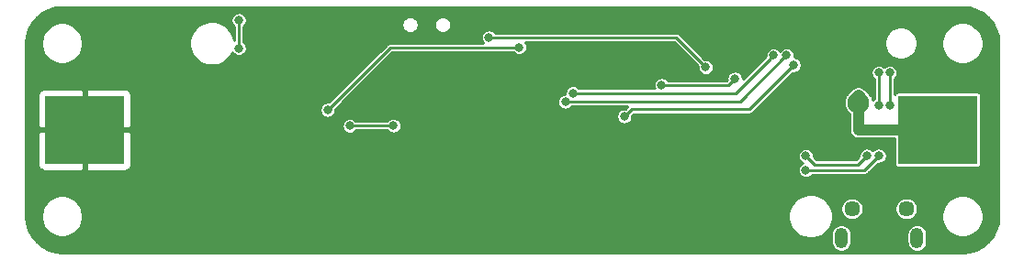
<source format=gbr>
G04 #@! TF.GenerationSoftware,KiCad,Pcbnew,(5.1.5)-3*
G04 #@! TF.CreationDate,2021-08-11T14:04:56+02:00*
G04 #@! TF.ProjectId,18650_UPS_PCB,31383635-305f-4555-9053-5f5043422e6b,rev?*
G04 #@! TF.SameCoordinates,Original*
G04 #@! TF.FileFunction,Copper,L4,Bot*
G04 #@! TF.FilePolarity,Positive*
%FSLAX46Y46*%
G04 Gerber Fmt 4.6, Leading zero omitted, Abs format (unit mm)*
G04 Created by KiCad (PCBNEW (5.1.5)-3) date 2021-08-11 14:04:56*
%MOMM*%
%LPD*%
G04 APERTURE LIST*
%ADD10R,7.340000X6.350000*%
%ADD11O,1.200000X1.900000*%
%ADD12C,1.450000*%
%ADD13C,0.800000*%
%ADD14C,0.250000*%
%ADD15C,1.000000*%
%ADD16C,0.254000*%
G04 APERTURE END LIST*
D10*
X126380000Y-85685000D03*
X205040000Y-85685000D03*
D11*
X203120000Y-95687500D03*
X196120000Y-95687500D03*
D12*
X202120000Y-92987500D03*
X197120000Y-92987500D03*
D13*
X154850000Y-85300000D03*
X150825000Y-85325000D03*
X140600000Y-75550000D03*
X140600000Y-78150006D03*
X186325000Y-80950000D03*
X179575000Y-81550000D03*
X166449992Y-78075000D03*
X148800000Y-83850000D03*
X171400000Y-82300000D03*
X189900000Y-78800012D03*
X200610000Y-83385000D03*
X200600000Y-80400000D03*
X199610000Y-83385000D03*
X191100008Y-78800000D03*
X170700000Y-83100000D03*
X199600000Y-80400000D03*
X197210000Y-83385000D03*
X198210000Y-83385000D03*
X197710000Y-82485000D03*
X192799986Y-86500000D03*
X142925000Y-78125000D03*
X138172488Y-90985000D03*
X145600000Y-78125000D03*
X152800000Y-76000000D03*
X185300000Y-78400000D03*
X185300000Y-76400000D03*
X185300000Y-77400000D03*
X170200000Y-78100000D03*
X182600000Y-87500000D03*
X182600000Y-86500000D03*
X182600000Y-85500000D03*
X203500000Y-91100000D03*
X200900000Y-91100000D03*
X202200000Y-91100000D03*
X139600000Y-85600000D03*
X151000000Y-83850006D03*
X172450000Y-95200000D03*
X150825000Y-94225000D03*
X183650000Y-79910000D03*
X163650000Y-77150000D03*
X198510000Y-88085000D03*
X192875000Y-88100008D03*
X191750000Y-79700000D03*
X176150000Y-84450000D03*
X199610000Y-88085000D03*
X192875648Y-89425011D03*
D14*
X154850000Y-85300000D02*
X150850000Y-85300000D01*
X150850000Y-85300000D02*
X150825000Y-85325000D01*
X140600000Y-75550000D02*
X140600000Y-78150006D01*
X185725000Y-81550000D02*
X179575000Y-81550000D01*
X186325000Y-80950000D02*
X185725000Y-81550000D01*
X154550000Y-78100000D02*
X149199999Y-83450001D01*
X149199999Y-83450001D02*
X148800000Y-83850000D01*
X166449992Y-78075000D02*
X166424992Y-78100000D01*
X166424992Y-78100000D02*
X154550000Y-78100000D01*
X171300000Y-82300000D02*
X171400000Y-82300000D01*
X186400012Y-82300000D02*
X189500001Y-79200011D01*
X171400000Y-82300000D02*
X186400012Y-82300000D01*
X189500001Y-79200011D02*
X189900000Y-78800012D01*
X200610000Y-83385000D02*
X200610000Y-80410000D01*
X200610000Y-80410000D02*
X200600000Y-80400000D01*
X170774998Y-83025002D02*
X170700000Y-83100000D01*
X186800008Y-83100000D02*
X170700000Y-83100000D01*
X191100008Y-78800000D02*
X186800008Y-83100000D01*
X199610000Y-82819315D02*
X199600000Y-82809315D01*
X199610000Y-83385000D02*
X199610000Y-82819315D01*
X199600000Y-82809315D02*
X199600000Y-80950000D01*
X199600000Y-80950000D02*
X199600000Y-80400000D01*
D15*
X205040000Y-85685000D02*
X197710000Y-85685000D01*
X197710000Y-83885000D02*
X198210000Y-83385000D01*
X197710000Y-85685000D02*
X197710000Y-83885000D01*
X197210000Y-83385000D02*
X197710000Y-83885000D01*
X198210000Y-82985000D02*
X197710000Y-82485000D01*
X198210000Y-83385000D02*
X198210000Y-82985000D01*
X197210000Y-82985000D02*
X197710000Y-82485000D01*
X197210000Y-83385000D02*
X197210000Y-82985000D01*
D14*
X183650000Y-79910000D02*
X180890000Y-77150000D01*
X180890000Y-77150000D02*
X163650000Y-77150000D01*
X193674992Y-88900000D02*
X192875000Y-88100008D01*
X198510000Y-88085000D02*
X197695000Y-88900000D01*
X197695000Y-88900000D02*
X193674992Y-88900000D01*
X176800000Y-83800000D02*
X176150000Y-84450000D01*
X191750000Y-79700000D02*
X187650000Y-83800000D01*
X187650000Y-83800000D02*
X176800000Y-83800000D01*
X199610000Y-88085000D02*
X198269989Y-89425011D01*
X198269989Y-89425011D02*
X193441333Y-89425011D01*
X193441333Y-89425011D02*
X192875648Y-89425011D01*
D16*
G36*
X207960155Y-74401478D02*
G01*
X208585543Y-74590293D01*
X209162351Y-74896987D01*
X209668603Y-75309875D01*
X210085012Y-75813227D01*
X210395726Y-76387879D01*
X210588904Y-77011937D01*
X210657943Y-77668793D01*
X210658001Y-77685529D01*
X210658000Y-93677561D01*
X210593522Y-94335155D01*
X210404704Y-94960549D01*
X210098013Y-95537351D01*
X209685125Y-96043603D01*
X209181771Y-96460013D01*
X208607117Y-96770727D01*
X207983062Y-96963904D01*
X207326207Y-97032943D01*
X207309758Y-97033000D01*
X124317439Y-97033000D01*
X123659845Y-96968522D01*
X123034451Y-96779704D01*
X122457649Y-96473013D01*
X121951397Y-96060125D01*
X121534987Y-95556771D01*
X121224273Y-94982117D01*
X121031096Y-94358062D01*
X120962057Y-93701207D01*
X120962000Y-93684758D01*
X120962000Y-93495207D01*
X122383000Y-93495207D01*
X122383000Y-93874793D01*
X122457053Y-94247085D01*
X122602315Y-94597777D01*
X122813201Y-94913391D01*
X123081609Y-95181799D01*
X123397223Y-95392685D01*
X123747915Y-95537947D01*
X124120207Y-95612000D01*
X124499793Y-95612000D01*
X124872085Y-95537947D01*
X125222777Y-95392685D01*
X125538391Y-95181799D01*
X125806799Y-94913391D01*
X126017685Y-94597777D01*
X126162947Y-94247085D01*
X126237000Y-93874793D01*
X126237000Y-93495207D01*
X126234552Y-93482896D01*
X191258000Y-93482896D01*
X191258000Y-93887104D01*
X191336857Y-94283546D01*
X191491541Y-94656987D01*
X191716107Y-94993074D01*
X192001926Y-95278893D01*
X192338013Y-95503459D01*
X192711454Y-95658143D01*
X193107896Y-95737000D01*
X193512104Y-95737000D01*
X193908546Y-95658143D01*
X194281987Y-95503459D01*
X194598514Y-95291962D01*
X195193000Y-95291962D01*
X195193000Y-96083037D01*
X195206413Y-96219223D01*
X195259420Y-96393963D01*
X195345499Y-96555004D01*
X195461341Y-96696159D01*
X195602495Y-96812001D01*
X195763536Y-96898080D01*
X195938276Y-96951087D01*
X196120000Y-96968985D01*
X196301723Y-96951087D01*
X196476463Y-96898080D01*
X196637504Y-96812001D01*
X196778659Y-96696159D01*
X196894501Y-96555005D01*
X196980580Y-96393964D01*
X197033587Y-96219224D01*
X197047000Y-96083038D01*
X197047000Y-95291963D01*
X202193000Y-95291963D01*
X202193000Y-96083038D01*
X202206413Y-96219224D01*
X202259421Y-96393964D01*
X202345500Y-96555005D01*
X202461342Y-96696159D01*
X202602496Y-96812001D01*
X202763537Y-96898080D01*
X202938277Y-96951087D01*
X203120000Y-96968985D01*
X203301724Y-96951087D01*
X203476464Y-96898080D01*
X203637505Y-96812001D01*
X203778659Y-96696159D01*
X203894501Y-96555005D01*
X203980580Y-96393964D01*
X204033587Y-96219224D01*
X204047000Y-96083038D01*
X204047000Y-95291962D01*
X204033587Y-95155776D01*
X203980580Y-94981036D01*
X203894501Y-94819995D01*
X203778659Y-94678841D01*
X203637504Y-94562999D01*
X203476463Y-94476920D01*
X203301723Y-94423913D01*
X203120000Y-94406015D01*
X202938276Y-94423913D01*
X202763536Y-94476920D01*
X202602495Y-94562999D01*
X202461341Y-94678841D01*
X202345499Y-94819996D01*
X202259420Y-94981037D01*
X202206413Y-95155777D01*
X202193000Y-95291963D01*
X197047000Y-95291963D01*
X197047000Y-95291962D01*
X197033587Y-95155776D01*
X196980580Y-94981036D01*
X196894501Y-94819995D01*
X196778659Y-94678841D01*
X196637505Y-94562999D01*
X196476464Y-94476920D01*
X196301724Y-94423913D01*
X196120000Y-94406015D01*
X195938277Y-94423913D01*
X195763537Y-94476920D01*
X195602496Y-94562999D01*
X195461342Y-94678841D01*
X195345500Y-94819995D01*
X195259421Y-94981036D01*
X195206413Y-95155776D01*
X195193000Y-95291962D01*
X194598514Y-95291962D01*
X194618074Y-95278893D01*
X194903893Y-94993074D01*
X195128459Y-94656987D01*
X195283143Y-94283546D01*
X195362000Y-93887104D01*
X195362000Y-93482896D01*
X195283143Y-93086454D01*
X195199238Y-92883887D01*
X196068000Y-92883887D01*
X196068000Y-93091113D01*
X196108428Y-93294357D01*
X196187730Y-93485809D01*
X196302858Y-93658111D01*
X196449389Y-93804642D01*
X196621691Y-93919770D01*
X196813143Y-93999072D01*
X197016387Y-94039500D01*
X197223613Y-94039500D01*
X197426857Y-93999072D01*
X197618309Y-93919770D01*
X197790611Y-93804642D01*
X197937142Y-93658111D01*
X198052270Y-93485809D01*
X198131572Y-93294357D01*
X198172000Y-93091113D01*
X198172000Y-92883887D01*
X201068000Y-92883887D01*
X201068000Y-93091113D01*
X201108428Y-93294357D01*
X201187730Y-93485809D01*
X201302858Y-93658111D01*
X201449389Y-93804642D01*
X201621691Y-93919770D01*
X201813143Y-93999072D01*
X202016387Y-94039500D01*
X202223613Y-94039500D01*
X202426857Y-93999072D01*
X202618309Y-93919770D01*
X202790611Y-93804642D01*
X202937142Y-93658111D01*
X203045990Y-93495207D01*
X205383000Y-93495207D01*
X205383000Y-93874793D01*
X205457053Y-94247085D01*
X205602315Y-94597777D01*
X205813201Y-94913391D01*
X206081609Y-95181799D01*
X206397223Y-95392685D01*
X206747915Y-95537947D01*
X207120207Y-95612000D01*
X207499793Y-95612000D01*
X207872085Y-95537947D01*
X208222777Y-95392685D01*
X208538391Y-95181799D01*
X208806799Y-94913391D01*
X209017685Y-94597777D01*
X209162947Y-94247085D01*
X209237000Y-93874793D01*
X209237000Y-93495207D01*
X209162947Y-93122915D01*
X209017685Y-92772223D01*
X208806799Y-92456609D01*
X208538391Y-92188201D01*
X208222777Y-91977315D01*
X207872085Y-91832053D01*
X207499793Y-91758000D01*
X207120207Y-91758000D01*
X206747915Y-91832053D01*
X206397223Y-91977315D01*
X206081609Y-92188201D01*
X205813201Y-92456609D01*
X205602315Y-92772223D01*
X205457053Y-93122915D01*
X205383000Y-93495207D01*
X203045990Y-93495207D01*
X203052270Y-93485809D01*
X203131572Y-93294357D01*
X203172000Y-93091113D01*
X203172000Y-92883887D01*
X203131572Y-92680643D01*
X203052270Y-92489191D01*
X202937142Y-92316889D01*
X202790611Y-92170358D01*
X202618309Y-92055230D01*
X202426857Y-91975928D01*
X202223613Y-91935500D01*
X202016387Y-91935500D01*
X201813143Y-91975928D01*
X201621691Y-92055230D01*
X201449389Y-92170358D01*
X201302858Y-92316889D01*
X201187730Y-92489191D01*
X201108428Y-92680643D01*
X201068000Y-92883887D01*
X198172000Y-92883887D01*
X198131572Y-92680643D01*
X198052270Y-92489191D01*
X197937142Y-92316889D01*
X197790611Y-92170358D01*
X197618309Y-92055230D01*
X197426857Y-91975928D01*
X197223613Y-91935500D01*
X197016387Y-91935500D01*
X196813143Y-91975928D01*
X196621691Y-92055230D01*
X196449389Y-92170358D01*
X196302858Y-92316889D01*
X196187730Y-92489191D01*
X196108428Y-92680643D01*
X196068000Y-92883887D01*
X195199238Y-92883887D01*
X195128459Y-92713013D01*
X194903893Y-92376926D01*
X194618074Y-92091107D01*
X194281987Y-91866541D01*
X193908546Y-91711857D01*
X193512104Y-91633000D01*
X193107896Y-91633000D01*
X192711454Y-91711857D01*
X192338013Y-91866541D01*
X192001926Y-92091107D01*
X191716107Y-92376926D01*
X191491541Y-92713013D01*
X191336857Y-93086454D01*
X191258000Y-93482896D01*
X126234552Y-93482896D01*
X126162947Y-93122915D01*
X126017685Y-92772223D01*
X125806799Y-92456609D01*
X125538391Y-92188201D01*
X125222777Y-91977315D01*
X124872085Y-91832053D01*
X124499793Y-91758000D01*
X124120207Y-91758000D01*
X123747915Y-91832053D01*
X123397223Y-91977315D01*
X123081609Y-92188201D01*
X122813201Y-92456609D01*
X122602315Y-92772223D01*
X122457053Y-93122915D01*
X122383000Y-93495207D01*
X120962000Y-93495207D01*
X120962000Y-88860000D01*
X122071928Y-88860000D01*
X122084188Y-88984482D01*
X122120498Y-89104180D01*
X122179463Y-89214494D01*
X122258815Y-89311185D01*
X122355506Y-89390537D01*
X122465820Y-89449502D01*
X122585518Y-89485812D01*
X122710000Y-89498072D01*
X126094250Y-89495000D01*
X126253000Y-89336250D01*
X126253000Y-85812000D01*
X126507000Y-85812000D01*
X126507000Y-89336250D01*
X126665750Y-89495000D01*
X130050000Y-89498072D01*
X130174482Y-89485812D01*
X130294180Y-89449502D01*
X130404494Y-89390537D01*
X130501185Y-89311185D01*
X130580537Y-89214494D01*
X130639502Y-89104180D01*
X130675812Y-88984482D01*
X130688072Y-88860000D01*
X130687188Y-88028405D01*
X192148000Y-88028405D01*
X192148000Y-88171611D01*
X192175938Y-88312066D01*
X192230741Y-88444372D01*
X192310302Y-88563444D01*
X192411564Y-88664706D01*
X192530636Y-88744267D01*
X192575001Y-88762644D01*
X192531284Y-88780752D01*
X192412212Y-88860313D01*
X192310950Y-88961575D01*
X192231389Y-89080647D01*
X192176586Y-89212953D01*
X192148648Y-89353408D01*
X192148648Y-89496614D01*
X192176586Y-89637069D01*
X192231389Y-89769375D01*
X192310950Y-89888447D01*
X192412212Y-89989709D01*
X192531284Y-90069270D01*
X192663590Y-90124073D01*
X192804045Y-90152011D01*
X192947251Y-90152011D01*
X193087706Y-90124073D01*
X193220012Y-90069270D01*
X193339084Y-89989709D01*
X193440346Y-89888447D01*
X193447987Y-89877011D01*
X198247784Y-89877011D01*
X198269989Y-89879198D01*
X198292194Y-89877011D01*
X198358596Y-89870471D01*
X198443799Y-89844625D01*
X198522322Y-89802654D01*
X198591148Y-89746170D01*
X198605312Y-89728911D01*
X199524907Y-88809317D01*
X199538397Y-88812000D01*
X199681603Y-88812000D01*
X199822058Y-88784062D01*
X199954364Y-88729259D01*
X200073436Y-88649698D01*
X200174698Y-88548436D01*
X200254259Y-88429364D01*
X200309062Y-88297058D01*
X200337000Y-88156603D01*
X200337000Y-88013397D01*
X200309062Y-87872942D01*
X200254259Y-87740636D01*
X200174698Y-87621564D01*
X200073436Y-87520302D01*
X199954364Y-87440741D01*
X199822058Y-87385938D01*
X199681603Y-87358000D01*
X199538397Y-87358000D01*
X199397942Y-87385938D01*
X199265636Y-87440741D01*
X199146564Y-87520302D01*
X199060000Y-87606866D01*
X198973436Y-87520302D01*
X198854364Y-87440741D01*
X198722058Y-87385938D01*
X198581603Y-87358000D01*
X198438397Y-87358000D01*
X198297942Y-87385938D01*
X198165636Y-87440741D01*
X198046564Y-87520302D01*
X197945302Y-87621564D01*
X197865741Y-87740636D01*
X197810938Y-87872942D01*
X197783000Y-88013397D01*
X197783000Y-88156603D01*
X197785683Y-88170093D01*
X197507777Y-88448000D01*
X193862216Y-88448000D01*
X193599317Y-88185101D01*
X193602000Y-88171611D01*
X193602000Y-88028405D01*
X193574062Y-87887950D01*
X193519259Y-87755644D01*
X193439698Y-87636572D01*
X193338436Y-87535310D01*
X193219364Y-87455749D01*
X193087058Y-87400946D01*
X192946603Y-87373008D01*
X192803397Y-87373008D01*
X192662942Y-87400946D01*
X192530636Y-87455749D01*
X192411564Y-87535310D01*
X192310302Y-87636572D01*
X192230741Y-87755644D01*
X192175938Y-87887950D01*
X192148000Y-88028405D01*
X130687188Y-88028405D01*
X130685000Y-85970750D01*
X130526250Y-85812000D01*
X126507000Y-85812000D01*
X126253000Y-85812000D01*
X122233750Y-85812000D01*
X122075000Y-85970750D01*
X122071928Y-88860000D01*
X120962000Y-88860000D01*
X120962000Y-82510000D01*
X122071928Y-82510000D01*
X122075000Y-85399250D01*
X122233750Y-85558000D01*
X126253000Y-85558000D01*
X126253000Y-82033750D01*
X126507000Y-82033750D01*
X126507000Y-85558000D01*
X130526250Y-85558000D01*
X130685000Y-85399250D01*
X130685155Y-85253397D01*
X150098000Y-85253397D01*
X150098000Y-85396603D01*
X150125938Y-85537058D01*
X150180741Y-85669364D01*
X150260302Y-85788436D01*
X150361564Y-85889698D01*
X150480636Y-85969259D01*
X150612942Y-86024062D01*
X150753397Y-86052000D01*
X150896603Y-86052000D01*
X151037058Y-86024062D01*
X151169364Y-85969259D01*
X151288436Y-85889698D01*
X151389698Y-85788436D01*
X151414044Y-85752000D01*
X154277661Y-85752000D01*
X154285302Y-85763436D01*
X154386564Y-85864698D01*
X154505636Y-85944259D01*
X154637942Y-85999062D01*
X154778397Y-86027000D01*
X154921603Y-86027000D01*
X155062058Y-85999062D01*
X155194364Y-85944259D01*
X155313436Y-85864698D01*
X155414698Y-85763436D01*
X155494259Y-85644364D01*
X155549062Y-85512058D01*
X155577000Y-85371603D01*
X155577000Y-85228397D01*
X155549062Y-85087942D01*
X155494259Y-84955636D01*
X155414698Y-84836564D01*
X155313436Y-84735302D01*
X155194364Y-84655741D01*
X155062058Y-84600938D01*
X154921603Y-84573000D01*
X154778397Y-84573000D01*
X154637942Y-84600938D01*
X154505636Y-84655741D01*
X154386564Y-84735302D01*
X154285302Y-84836564D01*
X154277661Y-84848000D01*
X151376134Y-84848000D01*
X151288436Y-84760302D01*
X151169364Y-84680741D01*
X151037058Y-84625938D01*
X150896603Y-84598000D01*
X150753397Y-84598000D01*
X150612942Y-84625938D01*
X150480636Y-84680741D01*
X150361564Y-84760302D01*
X150260302Y-84861564D01*
X150180741Y-84980636D01*
X150125938Y-85112942D01*
X150098000Y-85253397D01*
X130685155Y-85253397D01*
X130686723Y-83778397D01*
X148073000Y-83778397D01*
X148073000Y-83921603D01*
X148100938Y-84062058D01*
X148155741Y-84194364D01*
X148235302Y-84313436D01*
X148336564Y-84414698D01*
X148455636Y-84494259D01*
X148587942Y-84549062D01*
X148728397Y-84577000D01*
X148871603Y-84577000D01*
X149012058Y-84549062D01*
X149144364Y-84494259D01*
X149263436Y-84414698D01*
X149364698Y-84313436D01*
X149444259Y-84194364D01*
X149499062Y-84062058D01*
X149527000Y-83921603D01*
X149527000Y-83778397D01*
X149524317Y-83764907D01*
X149535312Y-83753912D01*
X149535317Y-83753906D01*
X150260826Y-83028397D01*
X169973000Y-83028397D01*
X169973000Y-83171603D01*
X170000938Y-83312058D01*
X170055741Y-83444364D01*
X170135302Y-83563436D01*
X170236564Y-83664698D01*
X170355636Y-83744259D01*
X170487942Y-83799062D01*
X170628397Y-83827000D01*
X170771603Y-83827000D01*
X170912058Y-83799062D01*
X171044364Y-83744259D01*
X171163436Y-83664698D01*
X171264698Y-83563436D01*
X171272339Y-83552000D01*
X176408776Y-83552000D01*
X176235093Y-83725683D01*
X176221603Y-83723000D01*
X176078397Y-83723000D01*
X175937942Y-83750938D01*
X175805636Y-83805741D01*
X175686564Y-83885302D01*
X175585302Y-83986564D01*
X175505741Y-84105636D01*
X175450938Y-84237942D01*
X175423000Y-84378397D01*
X175423000Y-84521603D01*
X175450938Y-84662058D01*
X175505741Y-84794364D01*
X175585302Y-84913436D01*
X175686564Y-85014698D01*
X175805636Y-85094259D01*
X175937942Y-85149062D01*
X176078397Y-85177000D01*
X176221603Y-85177000D01*
X176362058Y-85149062D01*
X176494364Y-85094259D01*
X176613436Y-85014698D01*
X176714698Y-84913436D01*
X176794259Y-84794364D01*
X176849062Y-84662058D01*
X176877000Y-84521603D01*
X176877000Y-84378397D01*
X176874317Y-84364907D01*
X176987224Y-84252000D01*
X187627795Y-84252000D01*
X187650000Y-84254187D01*
X187672205Y-84252000D01*
X187738607Y-84245460D01*
X187823810Y-84219614D01*
X187902333Y-84177643D01*
X187971159Y-84121159D01*
X187985323Y-84103900D01*
X189104223Y-82985000D01*
X196379000Y-82985000D01*
X196383000Y-83025614D01*
X196383000Y-83344386D01*
X196379000Y-83385000D01*
X196383000Y-83425614D01*
X196383000Y-83425623D01*
X196394966Y-83547119D01*
X196442255Y-83703009D01*
X196456342Y-83729364D01*
X196519048Y-83846679D01*
X196553458Y-83888607D01*
X196622394Y-83972606D01*
X196653952Y-83998505D01*
X196883001Y-84227554D01*
X196883000Y-85644376D01*
X196878999Y-85685000D01*
X196894966Y-85847120D01*
X196942255Y-86003010D01*
X197019048Y-86146679D01*
X197122394Y-86272606D01*
X197248321Y-86375952D01*
X197391990Y-86452745D01*
X197547880Y-86500034D01*
X197710000Y-86516001D01*
X197750624Y-86512000D01*
X201041418Y-86512000D01*
X201041418Y-88860000D01*
X201047732Y-88924103D01*
X201066430Y-88985743D01*
X201096794Y-89042550D01*
X201137657Y-89092343D01*
X201187450Y-89133206D01*
X201244257Y-89163570D01*
X201305897Y-89182268D01*
X201370000Y-89188582D01*
X208710000Y-89188582D01*
X208774103Y-89182268D01*
X208835743Y-89163570D01*
X208892550Y-89133206D01*
X208942343Y-89092343D01*
X208983206Y-89042550D01*
X209013570Y-88985743D01*
X209032268Y-88924103D01*
X209038582Y-88860000D01*
X209038582Y-82510000D01*
X209032268Y-82445897D01*
X209013570Y-82384257D01*
X208983206Y-82327450D01*
X208942343Y-82277657D01*
X208892550Y-82236794D01*
X208835743Y-82206430D01*
X208774103Y-82187732D01*
X208710000Y-82181418D01*
X201370000Y-82181418D01*
X201305897Y-82187732D01*
X201244257Y-82206430D01*
X201187450Y-82236794D01*
X201137657Y-82277657D01*
X201096794Y-82327450D01*
X201066430Y-82384257D01*
X201062000Y-82398861D01*
X201062000Y-80965658D01*
X201063436Y-80964698D01*
X201164698Y-80863436D01*
X201244259Y-80744364D01*
X201299062Y-80612058D01*
X201327000Y-80471603D01*
X201327000Y-80328397D01*
X201299062Y-80187942D01*
X201244259Y-80055636D01*
X201164698Y-79936564D01*
X201063436Y-79835302D01*
X200944364Y-79755741D01*
X200812058Y-79700938D01*
X200671603Y-79673000D01*
X200528397Y-79673000D01*
X200387942Y-79700938D01*
X200255636Y-79755741D01*
X200136564Y-79835302D01*
X200100000Y-79871866D01*
X200063436Y-79835302D01*
X199944364Y-79755741D01*
X199812058Y-79700938D01*
X199671603Y-79673000D01*
X199528397Y-79673000D01*
X199387942Y-79700938D01*
X199255636Y-79755741D01*
X199136564Y-79835302D01*
X199035302Y-79936564D01*
X198955741Y-80055636D01*
X198900938Y-80187942D01*
X198873000Y-80328397D01*
X198873000Y-80471603D01*
X198900938Y-80612058D01*
X198955741Y-80744364D01*
X199035302Y-80863436D01*
X199136564Y-80964698D01*
X199148001Y-80972340D01*
X199148000Y-82787110D01*
X199145813Y-82809315D01*
X199146875Y-82820094D01*
X199146564Y-82820302D01*
X199045302Y-82921564D01*
X199036108Y-82935323D01*
X199025034Y-82822880D01*
X198977745Y-82666990D01*
X198925885Y-82569967D01*
X198900952Y-82523320D01*
X198845490Y-82455741D01*
X198797606Y-82397394D01*
X198766048Y-82371495D01*
X198323507Y-81928954D01*
X198297606Y-81897394D01*
X198171680Y-81794048D01*
X198028010Y-81717256D01*
X197872120Y-81669967D01*
X197710000Y-81654000D01*
X197547879Y-81669967D01*
X197391989Y-81717256D01*
X197248320Y-81794048D01*
X197196515Y-81836564D01*
X197122394Y-81897394D01*
X197096495Y-81928952D01*
X196653948Y-82371499D01*
X196622395Y-82397394D01*
X196596499Y-82428948D01*
X196596498Y-82428949D01*
X196586056Y-82441672D01*
X196519048Y-82523321D01*
X196442255Y-82666990D01*
X196394966Y-82822880D01*
X196383000Y-82944376D01*
X196383000Y-82944386D01*
X196379000Y-82985000D01*
X189104223Y-82985000D01*
X191664907Y-80424317D01*
X191678397Y-80427000D01*
X191821603Y-80427000D01*
X191962058Y-80399062D01*
X192094364Y-80344259D01*
X192213436Y-80264698D01*
X192314698Y-80163436D01*
X192394259Y-80044364D01*
X192449062Y-79912058D01*
X192477000Y-79771603D01*
X192477000Y-79628397D01*
X192449062Y-79487942D01*
X192394259Y-79355636D01*
X192314698Y-79236564D01*
X192213436Y-79135302D01*
X192094364Y-79055741D01*
X191962058Y-79000938D01*
X191821603Y-78973000D01*
X191806839Y-78973000D01*
X191827008Y-78871603D01*
X191827008Y-78728397D01*
X191799070Y-78587942D01*
X191744267Y-78455636D01*
X191664706Y-78336564D01*
X191563444Y-78235302D01*
X191444372Y-78155741D01*
X191312066Y-78100938D01*
X191171611Y-78073000D01*
X191028405Y-78073000D01*
X190887950Y-78100938D01*
X190755644Y-78155741D01*
X190636572Y-78235302D01*
X190535310Y-78336564D01*
X190500000Y-78389409D01*
X190464698Y-78336576D01*
X190363436Y-78235314D01*
X190244364Y-78155753D01*
X190112058Y-78100950D01*
X189971603Y-78073012D01*
X189828397Y-78073012D01*
X189687942Y-78100950D01*
X189555636Y-78155753D01*
X189436564Y-78235314D01*
X189335302Y-78336576D01*
X189255741Y-78455648D01*
X189200938Y-78587954D01*
X189173000Y-78728409D01*
X189173000Y-78871615D01*
X189175683Y-78885104D01*
X187052000Y-81008788D01*
X187052000Y-80878397D01*
X187024062Y-80737942D01*
X186969259Y-80605636D01*
X186889698Y-80486564D01*
X186788436Y-80385302D01*
X186669364Y-80305741D01*
X186537058Y-80250938D01*
X186396603Y-80223000D01*
X186253397Y-80223000D01*
X186112942Y-80250938D01*
X185980636Y-80305741D01*
X185861564Y-80385302D01*
X185760302Y-80486564D01*
X185680741Y-80605636D01*
X185625938Y-80737942D01*
X185598000Y-80878397D01*
X185598000Y-81021603D01*
X185600683Y-81035093D01*
X185537777Y-81098000D01*
X180147339Y-81098000D01*
X180139698Y-81086564D01*
X180038436Y-80985302D01*
X179919364Y-80905741D01*
X179787058Y-80850938D01*
X179646603Y-80823000D01*
X179503397Y-80823000D01*
X179362942Y-80850938D01*
X179230636Y-80905741D01*
X179111564Y-80985302D01*
X179010302Y-81086564D01*
X178930741Y-81205636D01*
X178875938Y-81337942D01*
X178848000Y-81478397D01*
X178848000Y-81621603D01*
X178875938Y-81762058D01*
X178911536Y-81848000D01*
X171972339Y-81848000D01*
X171964698Y-81836564D01*
X171863436Y-81735302D01*
X171744364Y-81655741D01*
X171612058Y-81600938D01*
X171471603Y-81573000D01*
X171328397Y-81573000D01*
X171187942Y-81600938D01*
X171055636Y-81655741D01*
X170936564Y-81735302D01*
X170835302Y-81836564D01*
X170755741Y-81955636D01*
X170700938Y-82087942D01*
X170673000Y-82228397D01*
X170673000Y-82371603D01*
X170673278Y-82373000D01*
X170628397Y-82373000D01*
X170487942Y-82400938D01*
X170355636Y-82455741D01*
X170236564Y-82535302D01*
X170135302Y-82636564D01*
X170055741Y-82755636D01*
X170000938Y-82887942D01*
X169973000Y-83028397D01*
X150260826Y-83028397D01*
X154737224Y-78552000D01*
X165898858Y-78552000D01*
X165986556Y-78639698D01*
X166105628Y-78719259D01*
X166237934Y-78774062D01*
X166378389Y-78802000D01*
X166521595Y-78802000D01*
X166662050Y-78774062D01*
X166794356Y-78719259D01*
X166913428Y-78639698D01*
X167014690Y-78538436D01*
X167094251Y-78419364D01*
X167149054Y-78287058D01*
X167176992Y-78146603D01*
X167176992Y-78003397D01*
X167149054Y-77862942D01*
X167094251Y-77730636D01*
X167014690Y-77611564D01*
X167005126Y-77602000D01*
X180702777Y-77602000D01*
X182925683Y-79824908D01*
X182923000Y-79838397D01*
X182923000Y-79981603D01*
X182950938Y-80122058D01*
X183005741Y-80254364D01*
X183085302Y-80373436D01*
X183186564Y-80474698D01*
X183305636Y-80554259D01*
X183437942Y-80609062D01*
X183578397Y-80637000D01*
X183721603Y-80637000D01*
X183862058Y-80609062D01*
X183994364Y-80554259D01*
X184113436Y-80474698D01*
X184214698Y-80373436D01*
X184294259Y-80254364D01*
X184349062Y-80122058D01*
X184377000Y-79981603D01*
X184377000Y-79838397D01*
X184349062Y-79697942D01*
X184294259Y-79565636D01*
X184214698Y-79446564D01*
X184113436Y-79345302D01*
X183994364Y-79265741D01*
X183862058Y-79210938D01*
X183721603Y-79183000D01*
X183578397Y-79183000D01*
X183564908Y-79185683D01*
X181914320Y-77535096D01*
X200118000Y-77535096D01*
X200118000Y-77834904D01*
X200176490Y-78128951D01*
X200291221Y-78405937D01*
X200457786Y-78655218D01*
X200669782Y-78867214D01*
X200919063Y-79033779D01*
X201196049Y-79148510D01*
X201490096Y-79207000D01*
X201789904Y-79207000D01*
X202083951Y-79148510D01*
X202360937Y-79033779D01*
X202610218Y-78867214D01*
X202822214Y-78655218D01*
X202988779Y-78405937D01*
X203103510Y-78128951D01*
X203162000Y-77834904D01*
X203162000Y-77535096D01*
X203154066Y-77495207D01*
X205383000Y-77495207D01*
X205383000Y-77874793D01*
X205457053Y-78247085D01*
X205602315Y-78597777D01*
X205813201Y-78913391D01*
X206081609Y-79181799D01*
X206397223Y-79392685D01*
X206747915Y-79537947D01*
X207120207Y-79612000D01*
X207499793Y-79612000D01*
X207872085Y-79537947D01*
X208222777Y-79392685D01*
X208538391Y-79181799D01*
X208806799Y-78913391D01*
X209017685Y-78597777D01*
X209162947Y-78247085D01*
X209237000Y-77874793D01*
X209237000Y-77495207D01*
X209162947Y-77122915D01*
X209017685Y-76772223D01*
X208806799Y-76456609D01*
X208538391Y-76188201D01*
X208222777Y-75977315D01*
X207872085Y-75832053D01*
X207499793Y-75758000D01*
X207120207Y-75758000D01*
X206747915Y-75832053D01*
X206397223Y-75977315D01*
X206081609Y-76188201D01*
X205813201Y-76456609D01*
X205602315Y-76772223D01*
X205457053Y-77122915D01*
X205383000Y-77495207D01*
X203154066Y-77495207D01*
X203103510Y-77241049D01*
X202988779Y-76964063D01*
X202822214Y-76714782D01*
X202610218Y-76502786D01*
X202360937Y-76336221D01*
X202083951Y-76221490D01*
X201789904Y-76163000D01*
X201490096Y-76163000D01*
X201196049Y-76221490D01*
X200919063Y-76336221D01*
X200669782Y-76502786D01*
X200457786Y-76714782D01*
X200291221Y-76964063D01*
X200176490Y-77241049D01*
X200118000Y-77535096D01*
X181914320Y-77535096D01*
X181225323Y-76846100D01*
X181211159Y-76828841D01*
X181142333Y-76772357D01*
X181063810Y-76730386D01*
X180978607Y-76704540D01*
X180912205Y-76698000D01*
X180890000Y-76695813D01*
X180867795Y-76698000D01*
X164222339Y-76698000D01*
X164214698Y-76686564D01*
X164113436Y-76585302D01*
X163994364Y-76505741D01*
X163862058Y-76450938D01*
X163721603Y-76423000D01*
X163578397Y-76423000D01*
X163437942Y-76450938D01*
X163305636Y-76505741D01*
X163186564Y-76585302D01*
X163085302Y-76686564D01*
X163005741Y-76805636D01*
X162950938Y-76937942D01*
X162923000Y-77078397D01*
X162923000Y-77221603D01*
X162950938Y-77362058D01*
X163005741Y-77494364D01*
X163085302Y-77613436D01*
X163119866Y-77648000D01*
X154572205Y-77648000D01*
X154550000Y-77645813D01*
X154461392Y-77654540D01*
X154389152Y-77676454D01*
X154376190Y-77680386D01*
X154297667Y-77722357D01*
X154228841Y-77778841D01*
X154214681Y-77796095D01*
X148896094Y-83114683D01*
X148896088Y-83114688D01*
X148885093Y-83125683D01*
X148871603Y-83123000D01*
X148728397Y-83123000D01*
X148587942Y-83150938D01*
X148455636Y-83205741D01*
X148336564Y-83285302D01*
X148235302Y-83386564D01*
X148155741Y-83505636D01*
X148100938Y-83637942D01*
X148073000Y-83778397D01*
X130686723Y-83778397D01*
X130688072Y-82510000D01*
X130675812Y-82385518D01*
X130639502Y-82265820D01*
X130580537Y-82155506D01*
X130501185Y-82058815D01*
X130404494Y-81979463D01*
X130294180Y-81920498D01*
X130174482Y-81884188D01*
X130050000Y-81871928D01*
X126665750Y-81875000D01*
X126507000Y-82033750D01*
X126253000Y-82033750D01*
X126094250Y-81875000D01*
X122710000Y-81871928D01*
X122585518Y-81884188D01*
X122465820Y-81920498D01*
X122355506Y-81979463D01*
X122258815Y-82058815D01*
X122179463Y-82155506D01*
X122120498Y-82265820D01*
X122084188Y-82385518D01*
X122071928Y-82510000D01*
X120962000Y-82510000D01*
X120962000Y-77692439D01*
X120981338Y-77495207D01*
X122383000Y-77495207D01*
X122383000Y-77874793D01*
X122457053Y-78247085D01*
X122602315Y-78597777D01*
X122813201Y-78913391D01*
X123081609Y-79181799D01*
X123397223Y-79392685D01*
X123747915Y-79537947D01*
X124120207Y-79612000D01*
X124499793Y-79612000D01*
X124872085Y-79537947D01*
X125222777Y-79392685D01*
X125538391Y-79181799D01*
X125806799Y-78913391D01*
X126017685Y-78597777D01*
X126162947Y-78247085D01*
X126237000Y-77874793D01*
X126237000Y-77495207D01*
X126234552Y-77482896D01*
X136058000Y-77482896D01*
X136058000Y-77887104D01*
X136136857Y-78283546D01*
X136291541Y-78656987D01*
X136516107Y-78993074D01*
X136801926Y-79278893D01*
X137138013Y-79503459D01*
X137511454Y-79658143D01*
X137907896Y-79737000D01*
X138312104Y-79737000D01*
X138708546Y-79658143D01*
X139081987Y-79503459D01*
X139418074Y-79278893D01*
X139703893Y-78993074D01*
X139928459Y-78656987D01*
X139980481Y-78531396D01*
X140035302Y-78613442D01*
X140136564Y-78714704D01*
X140255636Y-78794265D01*
X140387942Y-78849068D01*
X140528397Y-78877006D01*
X140671603Y-78877006D01*
X140812058Y-78849068D01*
X140944364Y-78794265D01*
X141063436Y-78714704D01*
X141164698Y-78613442D01*
X141244259Y-78494370D01*
X141299062Y-78362064D01*
X141327000Y-78221609D01*
X141327000Y-78078403D01*
X141299062Y-77937948D01*
X141244259Y-77805642D01*
X141164698Y-77686570D01*
X141063436Y-77585308D01*
X141052000Y-77577667D01*
X141052000Y-76122339D01*
X141063436Y-76114698D01*
X141164698Y-76013436D01*
X141244259Y-75894364D01*
X141244628Y-75893472D01*
X155623000Y-75893472D01*
X155623000Y-76046528D01*
X155652859Y-76196643D01*
X155711431Y-76338048D01*
X155796464Y-76465309D01*
X155904691Y-76573536D01*
X156031952Y-76658569D01*
X156173357Y-76717141D01*
X156323472Y-76747000D01*
X156476528Y-76747000D01*
X156626643Y-76717141D01*
X156768048Y-76658569D01*
X156895309Y-76573536D01*
X157003536Y-76465309D01*
X157088569Y-76338048D01*
X157147141Y-76196643D01*
X157177000Y-76046528D01*
X157177000Y-75893472D01*
X158623000Y-75893472D01*
X158623000Y-76046528D01*
X158652859Y-76196643D01*
X158711431Y-76338048D01*
X158796464Y-76465309D01*
X158904691Y-76573536D01*
X159031952Y-76658569D01*
X159173357Y-76717141D01*
X159323472Y-76747000D01*
X159476528Y-76747000D01*
X159626643Y-76717141D01*
X159768048Y-76658569D01*
X159895309Y-76573536D01*
X160003536Y-76465309D01*
X160088569Y-76338048D01*
X160147141Y-76196643D01*
X160177000Y-76046528D01*
X160177000Y-75893472D01*
X160147141Y-75743357D01*
X160088569Y-75601952D01*
X160003536Y-75474691D01*
X159895309Y-75366464D01*
X159768048Y-75281431D01*
X159626643Y-75222859D01*
X159476528Y-75193000D01*
X159323472Y-75193000D01*
X159173357Y-75222859D01*
X159031952Y-75281431D01*
X158904691Y-75366464D01*
X158796464Y-75474691D01*
X158711431Y-75601952D01*
X158652859Y-75743357D01*
X158623000Y-75893472D01*
X157177000Y-75893472D01*
X157147141Y-75743357D01*
X157088569Y-75601952D01*
X157003536Y-75474691D01*
X156895309Y-75366464D01*
X156768048Y-75281431D01*
X156626643Y-75222859D01*
X156476528Y-75193000D01*
X156323472Y-75193000D01*
X156173357Y-75222859D01*
X156031952Y-75281431D01*
X155904691Y-75366464D01*
X155796464Y-75474691D01*
X155711431Y-75601952D01*
X155652859Y-75743357D01*
X155623000Y-75893472D01*
X141244628Y-75893472D01*
X141299062Y-75762058D01*
X141327000Y-75621603D01*
X141327000Y-75478397D01*
X141299062Y-75337942D01*
X141244259Y-75205636D01*
X141164698Y-75086564D01*
X141063436Y-74985302D01*
X140944364Y-74905741D01*
X140812058Y-74850938D01*
X140671603Y-74823000D01*
X140528397Y-74823000D01*
X140387942Y-74850938D01*
X140255636Y-74905741D01*
X140136564Y-74985302D01*
X140035302Y-75086564D01*
X139955741Y-75205636D01*
X139900938Y-75337942D01*
X139873000Y-75478397D01*
X139873000Y-75621603D01*
X139900938Y-75762058D01*
X139955741Y-75894364D01*
X140035302Y-76013436D01*
X140136564Y-76114698D01*
X140148000Y-76122339D01*
X140148001Y-77412517D01*
X140083143Y-77086454D01*
X139928459Y-76713013D01*
X139703893Y-76376926D01*
X139418074Y-76091107D01*
X139081987Y-75866541D01*
X138708546Y-75711857D01*
X138312104Y-75633000D01*
X137907896Y-75633000D01*
X137511454Y-75711857D01*
X137138013Y-75866541D01*
X136801926Y-76091107D01*
X136516107Y-76376926D01*
X136291541Y-76713013D01*
X136136857Y-77086454D01*
X136058000Y-77482896D01*
X126234552Y-77482896D01*
X126162947Y-77122915D01*
X126017685Y-76772223D01*
X125806799Y-76456609D01*
X125538391Y-76188201D01*
X125222777Y-75977315D01*
X124872085Y-75832053D01*
X124499793Y-75758000D01*
X124120207Y-75758000D01*
X123747915Y-75832053D01*
X123397223Y-75977315D01*
X123081609Y-76188201D01*
X122813201Y-76456609D01*
X122602315Y-76772223D01*
X122457053Y-77122915D01*
X122383000Y-77495207D01*
X120981338Y-77495207D01*
X121026478Y-77034845D01*
X121215293Y-76409457D01*
X121521987Y-75832649D01*
X121934875Y-75326397D01*
X122438227Y-74909988D01*
X123012879Y-74599274D01*
X123636937Y-74406096D01*
X124293793Y-74337057D01*
X124310242Y-74337000D01*
X207302561Y-74337000D01*
X207960155Y-74401478D01*
G37*
X207960155Y-74401478D02*
X208585543Y-74590293D01*
X209162351Y-74896987D01*
X209668603Y-75309875D01*
X210085012Y-75813227D01*
X210395726Y-76387879D01*
X210588904Y-77011937D01*
X210657943Y-77668793D01*
X210658001Y-77685529D01*
X210658000Y-93677561D01*
X210593522Y-94335155D01*
X210404704Y-94960549D01*
X210098013Y-95537351D01*
X209685125Y-96043603D01*
X209181771Y-96460013D01*
X208607117Y-96770727D01*
X207983062Y-96963904D01*
X207326207Y-97032943D01*
X207309758Y-97033000D01*
X124317439Y-97033000D01*
X123659845Y-96968522D01*
X123034451Y-96779704D01*
X122457649Y-96473013D01*
X121951397Y-96060125D01*
X121534987Y-95556771D01*
X121224273Y-94982117D01*
X121031096Y-94358062D01*
X120962057Y-93701207D01*
X120962000Y-93684758D01*
X120962000Y-93495207D01*
X122383000Y-93495207D01*
X122383000Y-93874793D01*
X122457053Y-94247085D01*
X122602315Y-94597777D01*
X122813201Y-94913391D01*
X123081609Y-95181799D01*
X123397223Y-95392685D01*
X123747915Y-95537947D01*
X124120207Y-95612000D01*
X124499793Y-95612000D01*
X124872085Y-95537947D01*
X125222777Y-95392685D01*
X125538391Y-95181799D01*
X125806799Y-94913391D01*
X126017685Y-94597777D01*
X126162947Y-94247085D01*
X126237000Y-93874793D01*
X126237000Y-93495207D01*
X126234552Y-93482896D01*
X191258000Y-93482896D01*
X191258000Y-93887104D01*
X191336857Y-94283546D01*
X191491541Y-94656987D01*
X191716107Y-94993074D01*
X192001926Y-95278893D01*
X192338013Y-95503459D01*
X192711454Y-95658143D01*
X193107896Y-95737000D01*
X193512104Y-95737000D01*
X193908546Y-95658143D01*
X194281987Y-95503459D01*
X194598514Y-95291962D01*
X195193000Y-95291962D01*
X195193000Y-96083037D01*
X195206413Y-96219223D01*
X195259420Y-96393963D01*
X195345499Y-96555004D01*
X195461341Y-96696159D01*
X195602495Y-96812001D01*
X195763536Y-96898080D01*
X195938276Y-96951087D01*
X196120000Y-96968985D01*
X196301723Y-96951087D01*
X196476463Y-96898080D01*
X196637504Y-96812001D01*
X196778659Y-96696159D01*
X196894501Y-96555005D01*
X196980580Y-96393964D01*
X197033587Y-96219224D01*
X197047000Y-96083038D01*
X197047000Y-95291963D01*
X202193000Y-95291963D01*
X202193000Y-96083038D01*
X202206413Y-96219224D01*
X202259421Y-96393964D01*
X202345500Y-96555005D01*
X202461342Y-96696159D01*
X202602496Y-96812001D01*
X202763537Y-96898080D01*
X202938277Y-96951087D01*
X203120000Y-96968985D01*
X203301724Y-96951087D01*
X203476464Y-96898080D01*
X203637505Y-96812001D01*
X203778659Y-96696159D01*
X203894501Y-96555005D01*
X203980580Y-96393964D01*
X204033587Y-96219224D01*
X204047000Y-96083038D01*
X204047000Y-95291962D01*
X204033587Y-95155776D01*
X203980580Y-94981036D01*
X203894501Y-94819995D01*
X203778659Y-94678841D01*
X203637504Y-94562999D01*
X203476463Y-94476920D01*
X203301723Y-94423913D01*
X203120000Y-94406015D01*
X202938276Y-94423913D01*
X202763536Y-94476920D01*
X202602495Y-94562999D01*
X202461341Y-94678841D01*
X202345499Y-94819996D01*
X202259420Y-94981037D01*
X202206413Y-95155777D01*
X202193000Y-95291963D01*
X197047000Y-95291963D01*
X197047000Y-95291962D01*
X197033587Y-95155776D01*
X196980580Y-94981036D01*
X196894501Y-94819995D01*
X196778659Y-94678841D01*
X196637505Y-94562999D01*
X196476464Y-94476920D01*
X196301724Y-94423913D01*
X196120000Y-94406015D01*
X195938277Y-94423913D01*
X195763537Y-94476920D01*
X195602496Y-94562999D01*
X195461342Y-94678841D01*
X195345500Y-94819995D01*
X195259421Y-94981036D01*
X195206413Y-95155776D01*
X195193000Y-95291962D01*
X194598514Y-95291962D01*
X194618074Y-95278893D01*
X194903893Y-94993074D01*
X195128459Y-94656987D01*
X195283143Y-94283546D01*
X195362000Y-93887104D01*
X195362000Y-93482896D01*
X195283143Y-93086454D01*
X195199238Y-92883887D01*
X196068000Y-92883887D01*
X196068000Y-93091113D01*
X196108428Y-93294357D01*
X196187730Y-93485809D01*
X196302858Y-93658111D01*
X196449389Y-93804642D01*
X196621691Y-93919770D01*
X196813143Y-93999072D01*
X197016387Y-94039500D01*
X197223613Y-94039500D01*
X197426857Y-93999072D01*
X197618309Y-93919770D01*
X197790611Y-93804642D01*
X197937142Y-93658111D01*
X198052270Y-93485809D01*
X198131572Y-93294357D01*
X198172000Y-93091113D01*
X198172000Y-92883887D01*
X201068000Y-92883887D01*
X201068000Y-93091113D01*
X201108428Y-93294357D01*
X201187730Y-93485809D01*
X201302858Y-93658111D01*
X201449389Y-93804642D01*
X201621691Y-93919770D01*
X201813143Y-93999072D01*
X202016387Y-94039500D01*
X202223613Y-94039500D01*
X202426857Y-93999072D01*
X202618309Y-93919770D01*
X202790611Y-93804642D01*
X202937142Y-93658111D01*
X203045990Y-93495207D01*
X205383000Y-93495207D01*
X205383000Y-93874793D01*
X205457053Y-94247085D01*
X205602315Y-94597777D01*
X205813201Y-94913391D01*
X206081609Y-95181799D01*
X206397223Y-95392685D01*
X206747915Y-95537947D01*
X207120207Y-95612000D01*
X207499793Y-95612000D01*
X207872085Y-95537947D01*
X208222777Y-95392685D01*
X208538391Y-95181799D01*
X208806799Y-94913391D01*
X209017685Y-94597777D01*
X209162947Y-94247085D01*
X209237000Y-93874793D01*
X209237000Y-93495207D01*
X209162947Y-93122915D01*
X209017685Y-92772223D01*
X208806799Y-92456609D01*
X208538391Y-92188201D01*
X208222777Y-91977315D01*
X207872085Y-91832053D01*
X207499793Y-91758000D01*
X207120207Y-91758000D01*
X206747915Y-91832053D01*
X206397223Y-91977315D01*
X206081609Y-92188201D01*
X205813201Y-92456609D01*
X205602315Y-92772223D01*
X205457053Y-93122915D01*
X205383000Y-93495207D01*
X203045990Y-93495207D01*
X203052270Y-93485809D01*
X203131572Y-93294357D01*
X203172000Y-93091113D01*
X203172000Y-92883887D01*
X203131572Y-92680643D01*
X203052270Y-92489191D01*
X202937142Y-92316889D01*
X202790611Y-92170358D01*
X202618309Y-92055230D01*
X202426857Y-91975928D01*
X202223613Y-91935500D01*
X202016387Y-91935500D01*
X201813143Y-91975928D01*
X201621691Y-92055230D01*
X201449389Y-92170358D01*
X201302858Y-92316889D01*
X201187730Y-92489191D01*
X201108428Y-92680643D01*
X201068000Y-92883887D01*
X198172000Y-92883887D01*
X198131572Y-92680643D01*
X198052270Y-92489191D01*
X197937142Y-92316889D01*
X197790611Y-92170358D01*
X197618309Y-92055230D01*
X197426857Y-91975928D01*
X197223613Y-91935500D01*
X197016387Y-91935500D01*
X196813143Y-91975928D01*
X196621691Y-92055230D01*
X196449389Y-92170358D01*
X196302858Y-92316889D01*
X196187730Y-92489191D01*
X196108428Y-92680643D01*
X196068000Y-92883887D01*
X195199238Y-92883887D01*
X195128459Y-92713013D01*
X194903893Y-92376926D01*
X194618074Y-92091107D01*
X194281987Y-91866541D01*
X193908546Y-91711857D01*
X193512104Y-91633000D01*
X193107896Y-91633000D01*
X192711454Y-91711857D01*
X192338013Y-91866541D01*
X192001926Y-92091107D01*
X191716107Y-92376926D01*
X191491541Y-92713013D01*
X191336857Y-93086454D01*
X191258000Y-93482896D01*
X126234552Y-93482896D01*
X126162947Y-93122915D01*
X126017685Y-92772223D01*
X125806799Y-92456609D01*
X125538391Y-92188201D01*
X125222777Y-91977315D01*
X124872085Y-91832053D01*
X124499793Y-91758000D01*
X124120207Y-91758000D01*
X123747915Y-91832053D01*
X123397223Y-91977315D01*
X123081609Y-92188201D01*
X122813201Y-92456609D01*
X122602315Y-92772223D01*
X122457053Y-93122915D01*
X122383000Y-93495207D01*
X120962000Y-93495207D01*
X120962000Y-88860000D01*
X122071928Y-88860000D01*
X122084188Y-88984482D01*
X122120498Y-89104180D01*
X122179463Y-89214494D01*
X122258815Y-89311185D01*
X122355506Y-89390537D01*
X122465820Y-89449502D01*
X122585518Y-89485812D01*
X122710000Y-89498072D01*
X126094250Y-89495000D01*
X126253000Y-89336250D01*
X126253000Y-85812000D01*
X126507000Y-85812000D01*
X126507000Y-89336250D01*
X126665750Y-89495000D01*
X130050000Y-89498072D01*
X130174482Y-89485812D01*
X130294180Y-89449502D01*
X130404494Y-89390537D01*
X130501185Y-89311185D01*
X130580537Y-89214494D01*
X130639502Y-89104180D01*
X130675812Y-88984482D01*
X130688072Y-88860000D01*
X130687188Y-88028405D01*
X192148000Y-88028405D01*
X192148000Y-88171611D01*
X192175938Y-88312066D01*
X192230741Y-88444372D01*
X192310302Y-88563444D01*
X192411564Y-88664706D01*
X192530636Y-88744267D01*
X192575001Y-88762644D01*
X192531284Y-88780752D01*
X192412212Y-88860313D01*
X192310950Y-88961575D01*
X192231389Y-89080647D01*
X192176586Y-89212953D01*
X192148648Y-89353408D01*
X192148648Y-89496614D01*
X192176586Y-89637069D01*
X192231389Y-89769375D01*
X192310950Y-89888447D01*
X192412212Y-89989709D01*
X192531284Y-90069270D01*
X192663590Y-90124073D01*
X192804045Y-90152011D01*
X192947251Y-90152011D01*
X193087706Y-90124073D01*
X193220012Y-90069270D01*
X193339084Y-89989709D01*
X193440346Y-89888447D01*
X193447987Y-89877011D01*
X198247784Y-89877011D01*
X198269989Y-89879198D01*
X198292194Y-89877011D01*
X198358596Y-89870471D01*
X198443799Y-89844625D01*
X198522322Y-89802654D01*
X198591148Y-89746170D01*
X198605312Y-89728911D01*
X199524907Y-88809317D01*
X199538397Y-88812000D01*
X199681603Y-88812000D01*
X199822058Y-88784062D01*
X199954364Y-88729259D01*
X200073436Y-88649698D01*
X200174698Y-88548436D01*
X200254259Y-88429364D01*
X200309062Y-88297058D01*
X200337000Y-88156603D01*
X200337000Y-88013397D01*
X200309062Y-87872942D01*
X200254259Y-87740636D01*
X200174698Y-87621564D01*
X200073436Y-87520302D01*
X199954364Y-87440741D01*
X199822058Y-87385938D01*
X199681603Y-87358000D01*
X199538397Y-87358000D01*
X199397942Y-87385938D01*
X199265636Y-87440741D01*
X199146564Y-87520302D01*
X199060000Y-87606866D01*
X198973436Y-87520302D01*
X198854364Y-87440741D01*
X198722058Y-87385938D01*
X198581603Y-87358000D01*
X198438397Y-87358000D01*
X198297942Y-87385938D01*
X198165636Y-87440741D01*
X198046564Y-87520302D01*
X197945302Y-87621564D01*
X197865741Y-87740636D01*
X197810938Y-87872942D01*
X197783000Y-88013397D01*
X197783000Y-88156603D01*
X197785683Y-88170093D01*
X197507777Y-88448000D01*
X193862216Y-88448000D01*
X193599317Y-88185101D01*
X193602000Y-88171611D01*
X193602000Y-88028405D01*
X193574062Y-87887950D01*
X193519259Y-87755644D01*
X193439698Y-87636572D01*
X193338436Y-87535310D01*
X193219364Y-87455749D01*
X193087058Y-87400946D01*
X192946603Y-87373008D01*
X192803397Y-87373008D01*
X192662942Y-87400946D01*
X192530636Y-87455749D01*
X192411564Y-87535310D01*
X192310302Y-87636572D01*
X192230741Y-87755644D01*
X192175938Y-87887950D01*
X192148000Y-88028405D01*
X130687188Y-88028405D01*
X130685000Y-85970750D01*
X130526250Y-85812000D01*
X126507000Y-85812000D01*
X126253000Y-85812000D01*
X122233750Y-85812000D01*
X122075000Y-85970750D01*
X122071928Y-88860000D01*
X120962000Y-88860000D01*
X120962000Y-82510000D01*
X122071928Y-82510000D01*
X122075000Y-85399250D01*
X122233750Y-85558000D01*
X126253000Y-85558000D01*
X126253000Y-82033750D01*
X126507000Y-82033750D01*
X126507000Y-85558000D01*
X130526250Y-85558000D01*
X130685000Y-85399250D01*
X130685155Y-85253397D01*
X150098000Y-85253397D01*
X150098000Y-85396603D01*
X150125938Y-85537058D01*
X150180741Y-85669364D01*
X150260302Y-85788436D01*
X150361564Y-85889698D01*
X150480636Y-85969259D01*
X150612942Y-86024062D01*
X150753397Y-86052000D01*
X150896603Y-86052000D01*
X151037058Y-86024062D01*
X151169364Y-85969259D01*
X151288436Y-85889698D01*
X151389698Y-85788436D01*
X151414044Y-85752000D01*
X154277661Y-85752000D01*
X154285302Y-85763436D01*
X154386564Y-85864698D01*
X154505636Y-85944259D01*
X154637942Y-85999062D01*
X154778397Y-86027000D01*
X154921603Y-86027000D01*
X155062058Y-85999062D01*
X155194364Y-85944259D01*
X155313436Y-85864698D01*
X155414698Y-85763436D01*
X155494259Y-85644364D01*
X155549062Y-85512058D01*
X155577000Y-85371603D01*
X155577000Y-85228397D01*
X155549062Y-85087942D01*
X155494259Y-84955636D01*
X155414698Y-84836564D01*
X155313436Y-84735302D01*
X155194364Y-84655741D01*
X155062058Y-84600938D01*
X154921603Y-84573000D01*
X154778397Y-84573000D01*
X154637942Y-84600938D01*
X154505636Y-84655741D01*
X154386564Y-84735302D01*
X154285302Y-84836564D01*
X154277661Y-84848000D01*
X151376134Y-84848000D01*
X151288436Y-84760302D01*
X151169364Y-84680741D01*
X151037058Y-84625938D01*
X150896603Y-84598000D01*
X150753397Y-84598000D01*
X150612942Y-84625938D01*
X150480636Y-84680741D01*
X150361564Y-84760302D01*
X150260302Y-84861564D01*
X150180741Y-84980636D01*
X150125938Y-85112942D01*
X150098000Y-85253397D01*
X130685155Y-85253397D01*
X130686723Y-83778397D01*
X148073000Y-83778397D01*
X148073000Y-83921603D01*
X148100938Y-84062058D01*
X148155741Y-84194364D01*
X148235302Y-84313436D01*
X148336564Y-84414698D01*
X148455636Y-84494259D01*
X148587942Y-84549062D01*
X148728397Y-84577000D01*
X148871603Y-84577000D01*
X149012058Y-84549062D01*
X149144364Y-84494259D01*
X149263436Y-84414698D01*
X149364698Y-84313436D01*
X149444259Y-84194364D01*
X149499062Y-84062058D01*
X149527000Y-83921603D01*
X149527000Y-83778397D01*
X149524317Y-83764907D01*
X149535312Y-83753912D01*
X149535317Y-83753906D01*
X150260826Y-83028397D01*
X169973000Y-83028397D01*
X169973000Y-83171603D01*
X170000938Y-83312058D01*
X170055741Y-83444364D01*
X170135302Y-83563436D01*
X170236564Y-83664698D01*
X170355636Y-83744259D01*
X170487942Y-83799062D01*
X170628397Y-83827000D01*
X170771603Y-83827000D01*
X170912058Y-83799062D01*
X171044364Y-83744259D01*
X171163436Y-83664698D01*
X171264698Y-83563436D01*
X171272339Y-83552000D01*
X176408776Y-83552000D01*
X176235093Y-83725683D01*
X176221603Y-83723000D01*
X176078397Y-83723000D01*
X175937942Y-83750938D01*
X175805636Y-83805741D01*
X175686564Y-83885302D01*
X175585302Y-83986564D01*
X175505741Y-84105636D01*
X175450938Y-84237942D01*
X175423000Y-84378397D01*
X175423000Y-84521603D01*
X175450938Y-84662058D01*
X175505741Y-84794364D01*
X175585302Y-84913436D01*
X175686564Y-85014698D01*
X175805636Y-85094259D01*
X175937942Y-85149062D01*
X176078397Y-85177000D01*
X176221603Y-85177000D01*
X176362058Y-85149062D01*
X176494364Y-85094259D01*
X176613436Y-85014698D01*
X176714698Y-84913436D01*
X176794259Y-84794364D01*
X176849062Y-84662058D01*
X176877000Y-84521603D01*
X176877000Y-84378397D01*
X176874317Y-84364907D01*
X176987224Y-84252000D01*
X187627795Y-84252000D01*
X187650000Y-84254187D01*
X187672205Y-84252000D01*
X187738607Y-84245460D01*
X187823810Y-84219614D01*
X187902333Y-84177643D01*
X187971159Y-84121159D01*
X187985323Y-84103900D01*
X189104223Y-82985000D01*
X196379000Y-82985000D01*
X196383000Y-83025614D01*
X196383000Y-83344386D01*
X196379000Y-83385000D01*
X196383000Y-83425614D01*
X196383000Y-83425623D01*
X196394966Y-83547119D01*
X196442255Y-83703009D01*
X196456342Y-83729364D01*
X196519048Y-83846679D01*
X196553458Y-83888607D01*
X196622394Y-83972606D01*
X196653952Y-83998505D01*
X196883001Y-84227554D01*
X196883000Y-85644376D01*
X196878999Y-85685000D01*
X196894966Y-85847120D01*
X196942255Y-86003010D01*
X197019048Y-86146679D01*
X197122394Y-86272606D01*
X197248321Y-86375952D01*
X197391990Y-86452745D01*
X197547880Y-86500034D01*
X197710000Y-86516001D01*
X197750624Y-86512000D01*
X201041418Y-86512000D01*
X201041418Y-88860000D01*
X201047732Y-88924103D01*
X201066430Y-88985743D01*
X201096794Y-89042550D01*
X201137657Y-89092343D01*
X201187450Y-89133206D01*
X201244257Y-89163570D01*
X201305897Y-89182268D01*
X201370000Y-89188582D01*
X208710000Y-89188582D01*
X208774103Y-89182268D01*
X208835743Y-89163570D01*
X208892550Y-89133206D01*
X208942343Y-89092343D01*
X208983206Y-89042550D01*
X209013570Y-88985743D01*
X209032268Y-88924103D01*
X209038582Y-88860000D01*
X209038582Y-82510000D01*
X209032268Y-82445897D01*
X209013570Y-82384257D01*
X208983206Y-82327450D01*
X208942343Y-82277657D01*
X208892550Y-82236794D01*
X208835743Y-82206430D01*
X208774103Y-82187732D01*
X208710000Y-82181418D01*
X201370000Y-82181418D01*
X201305897Y-82187732D01*
X201244257Y-82206430D01*
X201187450Y-82236794D01*
X201137657Y-82277657D01*
X201096794Y-82327450D01*
X201066430Y-82384257D01*
X201062000Y-82398861D01*
X201062000Y-80965658D01*
X201063436Y-80964698D01*
X201164698Y-80863436D01*
X201244259Y-80744364D01*
X201299062Y-80612058D01*
X201327000Y-80471603D01*
X201327000Y-80328397D01*
X201299062Y-80187942D01*
X201244259Y-80055636D01*
X201164698Y-79936564D01*
X201063436Y-79835302D01*
X200944364Y-79755741D01*
X200812058Y-79700938D01*
X200671603Y-79673000D01*
X200528397Y-79673000D01*
X200387942Y-79700938D01*
X200255636Y-79755741D01*
X200136564Y-79835302D01*
X200100000Y-79871866D01*
X200063436Y-79835302D01*
X199944364Y-79755741D01*
X199812058Y-79700938D01*
X199671603Y-79673000D01*
X199528397Y-79673000D01*
X199387942Y-79700938D01*
X199255636Y-79755741D01*
X199136564Y-79835302D01*
X199035302Y-79936564D01*
X198955741Y-80055636D01*
X198900938Y-80187942D01*
X198873000Y-80328397D01*
X198873000Y-80471603D01*
X198900938Y-80612058D01*
X198955741Y-80744364D01*
X199035302Y-80863436D01*
X199136564Y-80964698D01*
X199148001Y-80972340D01*
X199148000Y-82787110D01*
X199145813Y-82809315D01*
X199146875Y-82820094D01*
X199146564Y-82820302D01*
X199045302Y-82921564D01*
X199036108Y-82935323D01*
X199025034Y-82822880D01*
X198977745Y-82666990D01*
X198925885Y-82569967D01*
X198900952Y-82523320D01*
X198845490Y-82455741D01*
X198797606Y-82397394D01*
X198766048Y-82371495D01*
X198323507Y-81928954D01*
X198297606Y-81897394D01*
X198171680Y-81794048D01*
X198028010Y-81717256D01*
X197872120Y-81669967D01*
X197710000Y-81654000D01*
X197547879Y-81669967D01*
X197391989Y-81717256D01*
X197248320Y-81794048D01*
X197196515Y-81836564D01*
X197122394Y-81897394D01*
X197096495Y-81928952D01*
X196653948Y-82371499D01*
X196622395Y-82397394D01*
X196596499Y-82428948D01*
X196596498Y-82428949D01*
X196586056Y-82441672D01*
X196519048Y-82523321D01*
X196442255Y-82666990D01*
X196394966Y-82822880D01*
X196383000Y-82944376D01*
X196383000Y-82944386D01*
X196379000Y-82985000D01*
X189104223Y-82985000D01*
X191664907Y-80424317D01*
X191678397Y-80427000D01*
X191821603Y-80427000D01*
X191962058Y-80399062D01*
X192094364Y-80344259D01*
X192213436Y-80264698D01*
X192314698Y-80163436D01*
X192394259Y-80044364D01*
X192449062Y-79912058D01*
X192477000Y-79771603D01*
X192477000Y-79628397D01*
X192449062Y-79487942D01*
X192394259Y-79355636D01*
X192314698Y-79236564D01*
X192213436Y-79135302D01*
X192094364Y-79055741D01*
X191962058Y-79000938D01*
X191821603Y-78973000D01*
X191806839Y-78973000D01*
X191827008Y-78871603D01*
X191827008Y-78728397D01*
X191799070Y-78587942D01*
X191744267Y-78455636D01*
X191664706Y-78336564D01*
X191563444Y-78235302D01*
X191444372Y-78155741D01*
X191312066Y-78100938D01*
X191171611Y-78073000D01*
X191028405Y-78073000D01*
X190887950Y-78100938D01*
X190755644Y-78155741D01*
X190636572Y-78235302D01*
X190535310Y-78336564D01*
X190500000Y-78389409D01*
X190464698Y-78336576D01*
X190363436Y-78235314D01*
X190244364Y-78155753D01*
X190112058Y-78100950D01*
X189971603Y-78073012D01*
X189828397Y-78073012D01*
X189687942Y-78100950D01*
X189555636Y-78155753D01*
X189436564Y-78235314D01*
X189335302Y-78336576D01*
X189255741Y-78455648D01*
X189200938Y-78587954D01*
X189173000Y-78728409D01*
X189173000Y-78871615D01*
X189175683Y-78885104D01*
X187052000Y-81008788D01*
X187052000Y-80878397D01*
X187024062Y-80737942D01*
X186969259Y-80605636D01*
X186889698Y-80486564D01*
X186788436Y-80385302D01*
X186669364Y-80305741D01*
X186537058Y-80250938D01*
X186396603Y-80223000D01*
X186253397Y-80223000D01*
X186112942Y-80250938D01*
X185980636Y-80305741D01*
X185861564Y-80385302D01*
X185760302Y-80486564D01*
X185680741Y-80605636D01*
X185625938Y-80737942D01*
X185598000Y-80878397D01*
X185598000Y-81021603D01*
X185600683Y-81035093D01*
X185537777Y-81098000D01*
X180147339Y-81098000D01*
X180139698Y-81086564D01*
X180038436Y-80985302D01*
X179919364Y-80905741D01*
X179787058Y-80850938D01*
X179646603Y-80823000D01*
X179503397Y-80823000D01*
X179362942Y-80850938D01*
X179230636Y-80905741D01*
X179111564Y-80985302D01*
X179010302Y-81086564D01*
X178930741Y-81205636D01*
X178875938Y-81337942D01*
X178848000Y-81478397D01*
X178848000Y-81621603D01*
X178875938Y-81762058D01*
X178911536Y-81848000D01*
X171972339Y-81848000D01*
X171964698Y-81836564D01*
X171863436Y-81735302D01*
X171744364Y-81655741D01*
X171612058Y-81600938D01*
X171471603Y-81573000D01*
X171328397Y-81573000D01*
X171187942Y-81600938D01*
X171055636Y-81655741D01*
X170936564Y-81735302D01*
X170835302Y-81836564D01*
X170755741Y-81955636D01*
X170700938Y-82087942D01*
X170673000Y-82228397D01*
X170673000Y-82371603D01*
X170673278Y-82373000D01*
X170628397Y-82373000D01*
X170487942Y-82400938D01*
X170355636Y-82455741D01*
X170236564Y-82535302D01*
X170135302Y-82636564D01*
X170055741Y-82755636D01*
X170000938Y-82887942D01*
X169973000Y-83028397D01*
X150260826Y-83028397D01*
X154737224Y-78552000D01*
X165898858Y-78552000D01*
X165986556Y-78639698D01*
X166105628Y-78719259D01*
X166237934Y-78774062D01*
X166378389Y-78802000D01*
X166521595Y-78802000D01*
X166662050Y-78774062D01*
X166794356Y-78719259D01*
X166913428Y-78639698D01*
X167014690Y-78538436D01*
X167094251Y-78419364D01*
X167149054Y-78287058D01*
X167176992Y-78146603D01*
X167176992Y-78003397D01*
X167149054Y-77862942D01*
X167094251Y-77730636D01*
X167014690Y-77611564D01*
X167005126Y-77602000D01*
X180702777Y-77602000D01*
X182925683Y-79824908D01*
X182923000Y-79838397D01*
X182923000Y-79981603D01*
X182950938Y-80122058D01*
X183005741Y-80254364D01*
X183085302Y-80373436D01*
X183186564Y-80474698D01*
X183305636Y-80554259D01*
X183437942Y-80609062D01*
X183578397Y-80637000D01*
X183721603Y-80637000D01*
X183862058Y-80609062D01*
X183994364Y-80554259D01*
X184113436Y-80474698D01*
X184214698Y-80373436D01*
X184294259Y-80254364D01*
X184349062Y-80122058D01*
X184377000Y-79981603D01*
X184377000Y-79838397D01*
X184349062Y-79697942D01*
X184294259Y-79565636D01*
X184214698Y-79446564D01*
X184113436Y-79345302D01*
X183994364Y-79265741D01*
X183862058Y-79210938D01*
X183721603Y-79183000D01*
X183578397Y-79183000D01*
X183564908Y-79185683D01*
X181914320Y-77535096D01*
X200118000Y-77535096D01*
X200118000Y-77834904D01*
X200176490Y-78128951D01*
X200291221Y-78405937D01*
X200457786Y-78655218D01*
X200669782Y-78867214D01*
X200919063Y-79033779D01*
X201196049Y-79148510D01*
X201490096Y-79207000D01*
X201789904Y-79207000D01*
X202083951Y-79148510D01*
X202360937Y-79033779D01*
X202610218Y-78867214D01*
X202822214Y-78655218D01*
X202988779Y-78405937D01*
X203103510Y-78128951D01*
X203162000Y-77834904D01*
X203162000Y-77535096D01*
X203154066Y-77495207D01*
X205383000Y-77495207D01*
X205383000Y-77874793D01*
X205457053Y-78247085D01*
X205602315Y-78597777D01*
X205813201Y-78913391D01*
X206081609Y-79181799D01*
X206397223Y-79392685D01*
X206747915Y-79537947D01*
X207120207Y-79612000D01*
X207499793Y-79612000D01*
X207872085Y-79537947D01*
X208222777Y-79392685D01*
X208538391Y-79181799D01*
X208806799Y-78913391D01*
X209017685Y-78597777D01*
X209162947Y-78247085D01*
X209237000Y-77874793D01*
X209237000Y-77495207D01*
X209162947Y-77122915D01*
X209017685Y-76772223D01*
X208806799Y-76456609D01*
X208538391Y-76188201D01*
X208222777Y-75977315D01*
X207872085Y-75832053D01*
X207499793Y-75758000D01*
X207120207Y-75758000D01*
X206747915Y-75832053D01*
X206397223Y-75977315D01*
X206081609Y-76188201D01*
X205813201Y-76456609D01*
X205602315Y-76772223D01*
X205457053Y-77122915D01*
X205383000Y-77495207D01*
X203154066Y-77495207D01*
X203103510Y-77241049D01*
X202988779Y-76964063D01*
X202822214Y-76714782D01*
X202610218Y-76502786D01*
X202360937Y-76336221D01*
X202083951Y-76221490D01*
X201789904Y-76163000D01*
X201490096Y-76163000D01*
X201196049Y-76221490D01*
X200919063Y-76336221D01*
X200669782Y-76502786D01*
X200457786Y-76714782D01*
X200291221Y-76964063D01*
X200176490Y-77241049D01*
X200118000Y-77535096D01*
X181914320Y-77535096D01*
X181225323Y-76846100D01*
X181211159Y-76828841D01*
X181142333Y-76772357D01*
X181063810Y-76730386D01*
X180978607Y-76704540D01*
X180912205Y-76698000D01*
X180890000Y-76695813D01*
X180867795Y-76698000D01*
X164222339Y-76698000D01*
X164214698Y-76686564D01*
X164113436Y-76585302D01*
X163994364Y-76505741D01*
X163862058Y-76450938D01*
X163721603Y-76423000D01*
X163578397Y-76423000D01*
X163437942Y-76450938D01*
X163305636Y-76505741D01*
X163186564Y-76585302D01*
X163085302Y-76686564D01*
X163005741Y-76805636D01*
X162950938Y-76937942D01*
X162923000Y-77078397D01*
X162923000Y-77221603D01*
X162950938Y-77362058D01*
X163005741Y-77494364D01*
X163085302Y-77613436D01*
X163119866Y-77648000D01*
X154572205Y-77648000D01*
X154550000Y-77645813D01*
X154461392Y-77654540D01*
X154389152Y-77676454D01*
X154376190Y-77680386D01*
X154297667Y-77722357D01*
X154228841Y-77778841D01*
X154214681Y-77796095D01*
X148896094Y-83114683D01*
X148896088Y-83114688D01*
X148885093Y-83125683D01*
X148871603Y-83123000D01*
X148728397Y-83123000D01*
X148587942Y-83150938D01*
X148455636Y-83205741D01*
X148336564Y-83285302D01*
X148235302Y-83386564D01*
X148155741Y-83505636D01*
X148100938Y-83637942D01*
X148073000Y-83778397D01*
X130686723Y-83778397D01*
X130688072Y-82510000D01*
X130675812Y-82385518D01*
X130639502Y-82265820D01*
X130580537Y-82155506D01*
X130501185Y-82058815D01*
X130404494Y-81979463D01*
X130294180Y-81920498D01*
X130174482Y-81884188D01*
X130050000Y-81871928D01*
X126665750Y-81875000D01*
X126507000Y-82033750D01*
X126253000Y-82033750D01*
X126094250Y-81875000D01*
X122710000Y-81871928D01*
X122585518Y-81884188D01*
X122465820Y-81920498D01*
X122355506Y-81979463D01*
X122258815Y-82058815D01*
X122179463Y-82155506D01*
X122120498Y-82265820D01*
X122084188Y-82385518D01*
X122071928Y-82510000D01*
X120962000Y-82510000D01*
X120962000Y-77692439D01*
X120981338Y-77495207D01*
X122383000Y-77495207D01*
X122383000Y-77874793D01*
X122457053Y-78247085D01*
X122602315Y-78597777D01*
X122813201Y-78913391D01*
X123081609Y-79181799D01*
X123397223Y-79392685D01*
X123747915Y-79537947D01*
X124120207Y-79612000D01*
X124499793Y-79612000D01*
X124872085Y-79537947D01*
X125222777Y-79392685D01*
X125538391Y-79181799D01*
X125806799Y-78913391D01*
X126017685Y-78597777D01*
X126162947Y-78247085D01*
X126237000Y-77874793D01*
X126237000Y-77495207D01*
X126234552Y-77482896D01*
X136058000Y-77482896D01*
X136058000Y-77887104D01*
X136136857Y-78283546D01*
X136291541Y-78656987D01*
X136516107Y-78993074D01*
X136801926Y-79278893D01*
X137138013Y-79503459D01*
X137511454Y-79658143D01*
X137907896Y-79737000D01*
X138312104Y-79737000D01*
X138708546Y-79658143D01*
X139081987Y-79503459D01*
X139418074Y-79278893D01*
X139703893Y-78993074D01*
X139928459Y-78656987D01*
X139980481Y-78531396D01*
X140035302Y-78613442D01*
X140136564Y-78714704D01*
X140255636Y-78794265D01*
X140387942Y-78849068D01*
X140528397Y-78877006D01*
X140671603Y-78877006D01*
X140812058Y-78849068D01*
X140944364Y-78794265D01*
X141063436Y-78714704D01*
X141164698Y-78613442D01*
X141244259Y-78494370D01*
X141299062Y-78362064D01*
X141327000Y-78221609D01*
X141327000Y-78078403D01*
X141299062Y-77937948D01*
X141244259Y-77805642D01*
X141164698Y-77686570D01*
X141063436Y-77585308D01*
X141052000Y-77577667D01*
X141052000Y-76122339D01*
X141063436Y-76114698D01*
X141164698Y-76013436D01*
X141244259Y-75894364D01*
X141244628Y-75893472D01*
X155623000Y-75893472D01*
X155623000Y-76046528D01*
X155652859Y-76196643D01*
X155711431Y-76338048D01*
X155796464Y-76465309D01*
X155904691Y-76573536D01*
X156031952Y-76658569D01*
X156173357Y-76717141D01*
X156323472Y-76747000D01*
X156476528Y-76747000D01*
X156626643Y-76717141D01*
X156768048Y-76658569D01*
X156895309Y-76573536D01*
X157003536Y-76465309D01*
X157088569Y-76338048D01*
X157147141Y-76196643D01*
X157177000Y-76046528D01*
X157177000Y-75893472D01*
X158623000Y-75893472D01*
X158623000Y-76046528D01*
X158652859Y-76196643D01*
X158711431Y-76338048D01*
X158796464Y-76465309D01*
X158904691Y-76573536D01*
X159031952Y-76658569D01*
X159173357Y-76717141D01*
X159323472Y-76747000D01*
X159476528Y-76747000D01*
X159626643Y-76717141D01*
X159768048Y-76658569D01*
X159895309Y-76573536D01*
X160003536Y-76465309D01*
X160088569Y-76338048D01*
X160147141Y-76196643D01*
X160177000Y-76046528D01*
X160177000Y-75893472D01*
X160147141Y-75743357D01*
X160088569Y-75601952D01*
X160003536Y-75474691D01*
X159895309Y-75366464D01*
X159768048Y-75281431D01*
X159626643Y-75222859D01*
X159476528Y-75193000D01*
X159323472Y-75193000D01*
X159173357Y-75222859D01*
X159031952Y-75281431D01*
X158904691Y-75366464D01*
X158796464Y-75474691D01*
X158711431Y-75601952D01*
X158652859Y-75743357D01*
X158623000Y-75893472D01*
X157177000Y-75893472D01*
X157147141Y-75743357D01*
X157088569Y-75601952D01*
X157003536Y-75474691D01*
X156895309Y-75366464D01*
X156768048Y-75281431D01*
X156626643Y-75222859D01*
X156476528Y-75193000D01*
X156323472Y-75193000D01*
X156173357Y-75222859D01*
X156031952Y-75281431D01*
X155904691Y-75366464D01*
X155796464Y-75474691D01*
X155711431Y-75601952D01*
X155652859Y-75743357D01*
X155623000Y-75893472D01*
X141244628Y-75893472D01*
X141299062Y-75762058D01*
X141327000Y-75621603D01*
X141327000Y-75478397D01*
X141299062Y-75337942D01*
X141244259Y-75205636D01*
X141164698Y-75086564D01*
X141063436Y-74985302D01*
X140944364Y-74905741D01*
X140812058Y-74850938D01*
X140671603Y-74823000D01*
X140528397Y-74823000D01*
X140387942Y-74850938D01*
X140255636Y-74905741D01*
X140136564Y-74985302D01*
X140035302Y-75086564D01*
X139955741Y-75205636D01*
X139900938Y-75337942D01*
X139873000Y-75478397D01*
X139873000Y-75621603D01*
X139900938Y-75762058D01*
X139955741Y-75894364D01*
X140035302Y-76013436D01*
X140136564Y-76114698D01*
X140148000Y-76122339D01*
X140148001Y-77412517D01*
X140083143Y-77086454D01*
X139928459Y-76713013D01*
X139703893Y-76376926D01*
X139418074Y-76091107D01*
X139081987Y-75866541D01*
X138708546Y-75711857D01*
X138312104Y-75633000D01*
X137907896Y-75633000D01*
X137511454Y-75711857D01*
X137138013Y-75866541D01*
X136801926Y-76091107D01*
X136516107Y-76376926D01*
X136291541Y-76713013D01*
X136136857Y-77086454D01*
X136058000Y-77482896D01*
X126234552Y-77482896D01*
X126162947Y-77122915D01*
X126017685Y-76772223D01*
X125806799Y-76456609D01*
X125538391Y-76188201D01*
X125222777Y-75977315D01*
X124872085Y-75832053D01*
X124499793Y-75758000D01*
X124120207Y-75758000D01*
X123747915Y-75832053D01*
X123397223Y-75977315D01*
X123081609Y-76188201D01*
X122813201Y-76456609D01*
X122602315Y-76772223D01*
X122457053Y-77122915D01*
X122383000Y-77495207D01*
X120981338Y-77495207D01*
X121026478Y-77034845D01*
X121215293Y-76409457D01*
X121521987Y-75832649D01*
X121934875Y-75326397D01*
X122438227Y-74909988D01*
X123012879Y-74599274D01*
X123636937Y-74406096D01*
X124293793Y-74337057D01*
X124310242Y-74337000D01*
X207302561Y-74337000D01*
X207960155Y-74401478D01*
M02*

</source>
